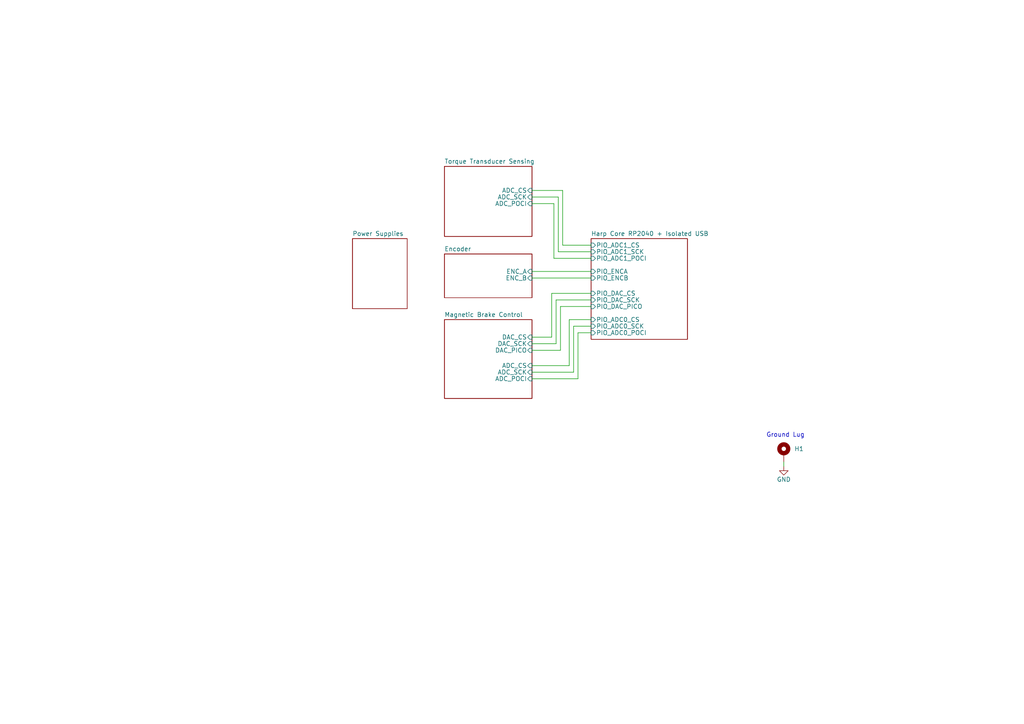
<source format=kicad_sch>
(kicad_sch (version 20230121) (generator eeschema)
  (paper "A4")
  (lib_symbols
    (symbol "Mechanical:MountingHole_Pad" (pin_numbers hide) (pin_names (offset 1.016) hide)
      (property "Reference" "H" (at 0 6.35 0))
      (property "Value" "MountingHole_Pad" (at 0 4.445 0))
      (symbol "MountingHole_Pad_0_1"
        (circle (center 0 1.27) (radius 1.27) (stroke (width 1.27)))
      )
      (symbol "MountingHole_Pad_1_1"
        (pin input line (at 0 -2.54 90) (length 2.54) (name "1") (number "1"))
      )
    )
    (symbol "power:GND" (power) (pin_names (offset 0))
      (property "Value" "GND" (at 0 -3.81 0))
      (symbol "GND_0_1"
        (polyline (pts (xy 0 0) (xy 0 -1.27) (xy 1.27 -1.27) (xy 0 -2.54) (xy -1.27 -1.27) (xy 0 -1.27)))
      )
      (symbol "GND_1_1"
        (pin power_in line (at 0 0 270) (length 0) hide (name "GND") (number "1"))
      )
    )
  )
  (wire (pts (xy 161.29 86.995) (xy 171.45 86.995)))
  (wire (pts (xy 162.56 101.6) (xy 162.56 88.9)))
  (wire (pts (xy 154.305 109.855) (xy 167.64 109.855)))
  (wire (pts (xy 154.305 80.645) (xy 171.45 80.645)))
  (wire (pts (xy 154.305 57.15) (xy 161.925 57.15)))
  (wire (pts (xy 154.305 106.045) (xy 165.1 106.045)))
  (wire (pts (xy 163.195 71.12) (xy 163.195 55.245)))
  (wire (pts (xy 161.925 57.15) (xy 161.925 73.025)))
  (wire (pts (xy 154.305 99.695) (xy 161.29 99.695)))
  (wire (pts (xy 160.655 74.93) (xy 160.655 59.055)))
  (wire (pts (xy 171.45 71.12) (xy 163.195 71.12)))
  (wire (pts (xy 163.195 55.245) (xy 154.305 55.245)))
  (wire (pts (xy 162.56 88.9) (xy 171.45 88.9)))
  (wire (pts (xy 167.64 109.855) (xy 167.64 96.52)))
  (wire (pts (xy 160.02 85.09) (xy 171.45 85.09)))
  (wire (pts (xy 166.37 94.615) (xy 171.45 94.615)))
  (wire (pts (xy 154.305 107.95) (xy 166.37 107.95)))
  (wire (pts (xy 171.45 74.93) (xy 160.655 74.93)))
  (wire (pts (xy 161.925 73.025) (xy 171.45 73.025)))
  (wire (pts (xy 165.1 106.045) (xy 165.1 92.71)))
  (wire (pts (xy 161.29 99.695) (xy 161.29 86.995)))
  (wire (pts (xy 165.1 92.71) (xy 171.45 92.71)))
  (wire (pts (xy 154.305 101.6) (xy 162.56 101.6)))
  (wire (pts (xy 160.655 59.055) (xy 154.305 59.055)))
  (wire (pts (xy 227.33 133.985) (xy 227.33 135.255)))
  (wire (pts (xy 154.305 78.74) (xy 171.45 78.74)))
  (wire (pts (xy 167.64 96.52) (xy 171.45 96.52)))
  (wire (pts (xy 154.305 97.79) (xy 160.02 97.79)))
  (wire (pts (xy 160.02 97.79) (xy 160.02 85.09)))
  (wire (pts (xy 166.37 107.95) (xy 166.37 94.615)))
  (text "Ground Lug" (at 222.25 127 0) (effects (font (size 1.27 1.27)) (justify left bottom)))
  (symbol (lib_id "Mechanical:MountingHole_Pad") (at 227.33 131.445 0) (unit 1)
    (property "Reference" "H1" (at 230.378 130.175 0) (effects (justify left)))
    (property "Value" "MountingHole_Pad" (effects hide))
    (property "Footprint" "kicad_component_library:Terminal_Keystone_779x_EdgeMount_Horizontal" (effects hide))
    (property "Datasheet" "n/a" (effects hide))
    (property "Link" "n/a" (effects hide))
    (property "Manufacturer" "n/a" (effects hide))
    (property "Manufacturer Number" "n/a" (effects hide))
  )
  (symbol (lib_id "power:GND") (at 227.33 135.255 0) (unit 1)
    (property "Reference" "#PWR0127" (effects hide))
    (property "Value" "GND" (at 227.33 139.065 0))
  )
  (sheet (at 102.235 69.215) (size 15.875 20.32) (stroke (width 0.1524))
    (property "Sheetname" "Power Supplies" (at 102.235 68.5034 0) (effects (justify left bottom)))
    (property "Sheetfile" "power_supplies.kicad_sch" (effects hide))
  )
  (sheet (at 128.905 73.66) (size 25.4 12.7) (stroke (width 0.1524))
    (property "Sheetname" "Encoder" (at 128.905 72.9484 0) (effects (justify left bottom)))
    (property "Sheetfile" "encoder_5_to_3v3.kicad_sch" (effects hide))
    (pin "ENC_A" input (at 154.305 78.74 0))
    (pin "ENC_B" input (at 154.305 80.645 0))
  )
  (sheet (at 128.905 92.71) (size 25.4 22.86) (stroke (width 0.1524))
    (property "Sheetname" "Magnetic Brake Control" (at 128.905 91.9984 0) (effects (justify left bottom)))
    (property "Sheetfile" "torque_load_driving.kicad_sch" (effects hide))
    (pin "ADC_CS" input (at 154.305 106.045 0))
    (pin "ADC_POCI" input (at 154.305 109.855 0))
    (pin "ADC_SCK" input (at 154.305 107.95 0))
    (pin "DAC_PICO" input (at 154.305 101.6 0))
    (pin "DAC_SCK" input (at 154.305 99.695 0))
    (pin "DAC_CS" input (at 154.305 97.79 0))
  )
  (sheet (at 128.905 48.26) (size 25.4 20.32) (stroke (width 0.1524))
    (property "Sheetname" "Torque Transducer Sensing" (at 128.905 47.5484 0) (effects (justify left bottom)))
    (property "Sheetfile" "torque_load_sensing.kicad_sch" (effects hide))
    (pin "ADC_CS" input (at 154.305 55.245 0))
    (pin "ADC_SCK" input (at 154.305 57.15 0))
    (pin "ADC_POCI" input (at 154.305 59.055 0))
  )
  (sheet (at 171.45 69.215) (size 27.94 29.21) (stroke (width 0.1524))
    (property "Sheetname" "Harp Core RP2040 + Isolated USB" (at 171.45 68.5034 0) (effects (justify left bottom)))
    (property "Sheetfile" "harp_core_rp2040_w_isolated_usb.kicad_sch" (effects hide))
    (pin "PIO_ADC1_POCI" input (at 171.45 74.93 180))
    (pin "PIO_ADC1_SCK" input (at 171.45 73.025 180))
    (pin "PIO_ADC1_CS" input (at 171.45 71.12 180))
    (pin "PIO_ENCA" input (at 171.45 78.74 180))
    (pin "PIO_ENCB" input (at 171.45 80.645 180))
    (pin "PIO_ADC0_POCI" input (at 171.45 96.52 180))
    (pin "PIO_ADC0_CS" input (at 171.45 92.71 180))
    (pin "PIO_ADC0_SCK" input (at 171.45 94.615 180))
    (pin "PIO_DAC_CS" input (at 171.45 85.09 180))
    (pin "PIO_DAC_SCK" input (at 171.45 86.995 180))
    (pin "PIO_DAC_PICO" input (at 171.45 88.9 180))
  )
)
</source>
